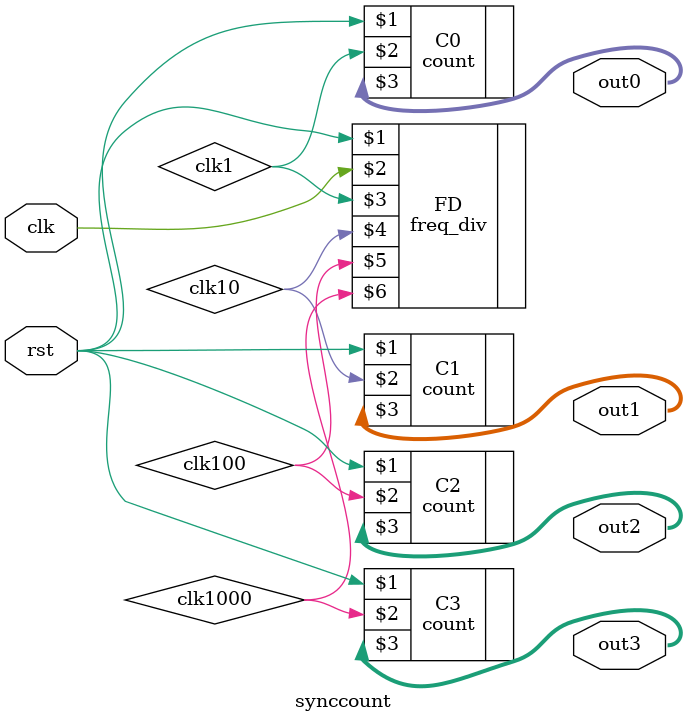
<source format=v>
module synccount(rst, clk, out0, out1, out2, out3);
input rst, clk;
output [3:0] out0, out1, out2, out3;
wire clk1, clk10, clk100, clk1000;

freq_div FD(rst, clk, clk1, clk10, clk100, clk1000);
count C0(rst, clk1, out0);
count C1(rst, clk10, out1);
count C2(rst, clk100, out2);
count C3(rst, clk1000, out3);

endmodule
</source>
